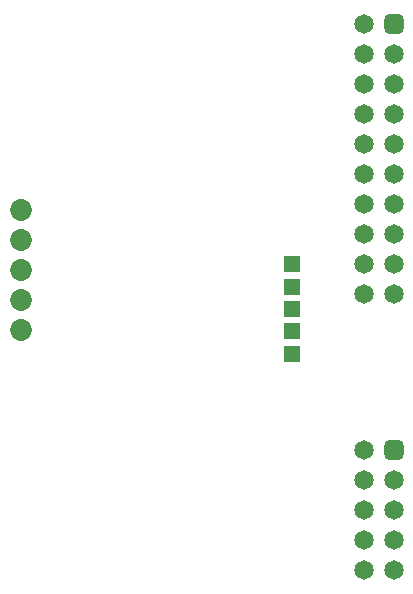
<source format=gbs>
%TF.GenerationSoftware,KiCad,Pcbnew,8.0.6*%
%TF.CreationDate,2024-11-11T21:44:25+01:00*%
%TF.ProjectId,Motor_Driver_carrier_board,4d6f746f-725f-4447-9269-7665725f6361,rev?*%
%TF.SameCoordinates,Original*%
%TF.FileFunction,Soldermask,Bot*%
%TF.FilePolarity,Negative*%
%FSLAX46Y46*%
G04 Gerber Fmt 4.6, Leading zero omitted, Abs format (unit mm)*
G04 Created by KiCad (PCBNEW 8.0.6) date 2024-11-11 21:44:25*
%MOMM*%
%LPD*%
G01*
G04 APERTURE LIST*
G04 Aperture macros list*
%AMRoundRect*
0 Rectangle with rounded corners*
0 $1 Rounding radius*
0 $2 $3 $4 $5 $6 $7 $8 $9 X,Y pos of 4 corners*
0 Add a 4 corners polygon primitive as box body*
4,1,4,$2,$3,$4,$5,$6,$7,$8,$9,$2,$3,0*
0 Add four circle primitives for the rounded corners*
1,1,$1+$1,$2,$3*
1,1,$1+$1,$4,$5*
1,1,$1+$1,$6,$7*
1,1,$1+$1,$8,$9*
0 Add four rect primitives between the rounded corners*
20,1,$1+$1,$2,$3,$4,$5,0*
20,1,$1+$1,$4,$5,$6,$7,0*
20,1,$1+$1,$6,$7,$8,$9,0*
20,1,$1+$1,$8,$9,$2,$3,0*%
G04 Aperture macros list end*
%ADD10C,1.853200*%
%ADD11RoundRect,0.412500X0.412500X-0.412500X0.412500X0.412500X-0.412500X0.412500X-0.412500X-0.412500X0*%
%ADD12C,1.650000*%
%ADD13R,1.400000X1.400000*%
G04 APERTURE END LIST*
D10*
%TO.C,J3*%
X121800000Y-62120000D03*
X121800000Y-64660000D03*
X121800000Y-67200000D03*
X121800000Y-69740000D03*
X121800000Y-72280000D03*
%TD*%
D11*
%TO.C,P2*%
X153375000Y-46350000D03*
D12*
X150835000Y-46350000D03*
X153375000Y-48890000D03*
X150835000Y-48890000D03*
X153375000Y-51430000D03*
X150835000Y-51430000D03*
X153375000Y-53970000D03*
X150835000Y-53970000D03*
X153375000Y-56510000D03*
X150835000Y-56510000D03*
X153375000Y-59050000D03*
X150835000Y-59050000D03*
X153375000Y-61590000D03*
X150835000Y-61590000D03*
X153375000Y-64130000D03*
X150835000Y-64130000D03*
X153375000Y-66670000D03*
X150835000Y-66670000D03*
X153375000Y-69210000D03*
X150835000Y-69210000D03*
D11*
X153375000Y-82450000D03*
D12*
X150835000Y-82450000D03*
X153375000Y-84990000D03*
X150835000Y-84990000D03*
X153375000Y-87530000D03*
X150835000Y-87530000D03*
X153375000Y-90070000D03*
X150835000Y-90070000D03*
X153375000Y-92610000D03*
X150835000Y-92610000D03*
%TD*%
D13*
%TO.C,GND*%
X144800000Y-74300000D03*
%TD*%
%TO.C,H2*%
X144800000Y-68600000D03*
%TD*%
%TO.C,5V*%
X144800000Y-72400000D03*
%TD*%
%TO.C,H1*%
X144800000Y-66700000D03*
%TD*%
%TO.C,H3*%
X144800000Y-70500000D03*
%TD*%
M02*

</source>
